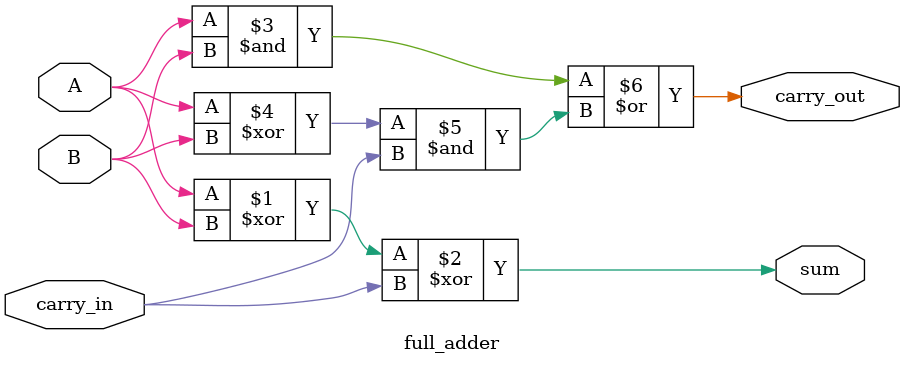
<source format=v>
module full_adder (
    input A, B , carry_in,
    output carry_out , sum
); 
    assign sum = (A ^ B ) ^ carry_in;
    assign carry_out = (A & B) | ((A ^ B) & carry_in); 
    
endmodule
</source>
